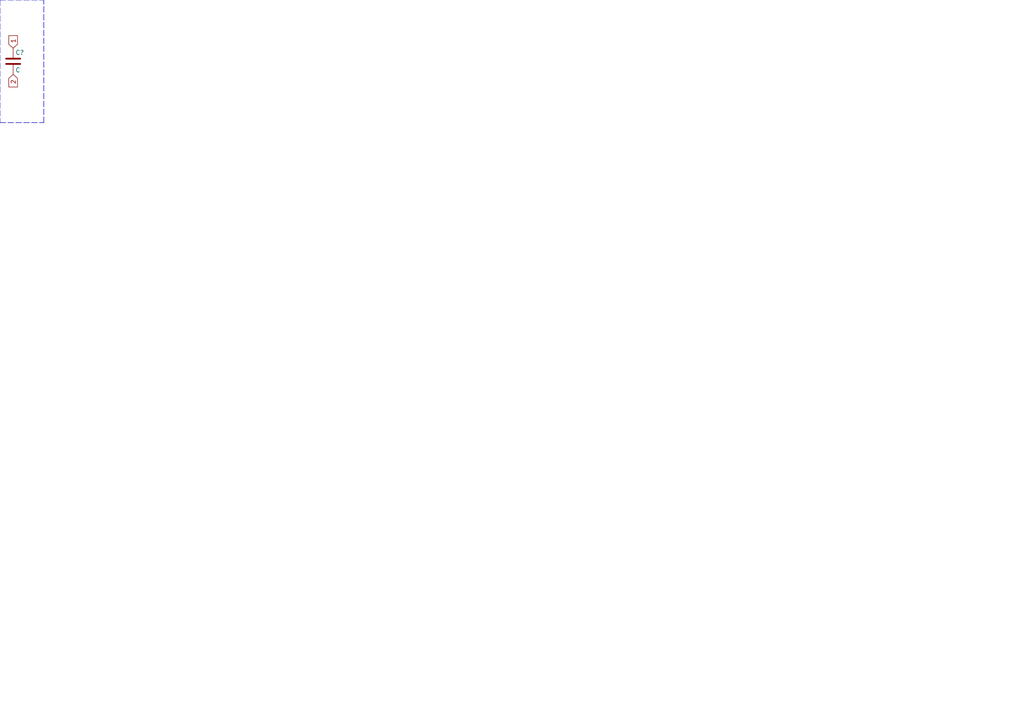
<source format=kicad_sch>
(kicad_sch (version 20201015) (generator eeschema)
  (paper "A4")
  (lib_symbols
    (symbol "Device:C" (pin_numbers hide) (pin_names (offset 0.254))
      (property "Reference" "C" (at 0.635 2.54 0))
      (property "Value" "C" (at 0.635 -2.54 0))
      (symbol "C_0_1"
        (polyline (pts (xy -2.032 -0.762) (xy 2.032 -0.762)) (stroke (width 0.508)))
        (polyline (pts (xy -2.032 0.762) (xy 2.032 0.762)) (stroke (width 0.508)))
      )
      (symbol "C_1_1"
        (pin passive line (at 0 3.81 270) (length 2.794) (name "~") (number "1"))
        (pin passive line (at 0 -3.81 90) (length 2.794) (name "~") (number "2"))
      )
    )
  )
  (polyline (pts (xy 0 0) (xy 0 35.56)) (stroke (width 0) (type dash)))
  (polyline (pts (xy 0 0) (xy 12.7 0)) (stroke (width 0) (type dash)))
  (polyline (pts (xy 0 35.56) (xy 12.7 35.56)) (stroke (width 0) (type dash)))
  (polyline (pts (xy 12.7 35.56) (xy 12.7 0)) (stroke (width 0) (type dash)))
  (text "D C.*\nF .*\nV .*" (at 0 0 0) (effects (font (size 1.27 1.27)) (justify left bottom)))
  (global_label "1" (shape input) (at 3.81 13.97 90) (property "Intersheet References" "${INTERSHEET_REFS}" (effects hide)))
  (global_label "2" (shape input) (at 3.81 21.59 270) (property "Intersheet References" "${INTERSHEET_REFS}" (effects hide)))
  (symbol (lib_id "Device:C") (at 3.81 17.78 0) (unit 1)
    (property "Reference" "C?" (at 4.445 15.24 0) (effects (justify left)))
    (property "Value" "C" (at 4.445 20.32 0) (effects (justify left)))
  )
)
</source>
